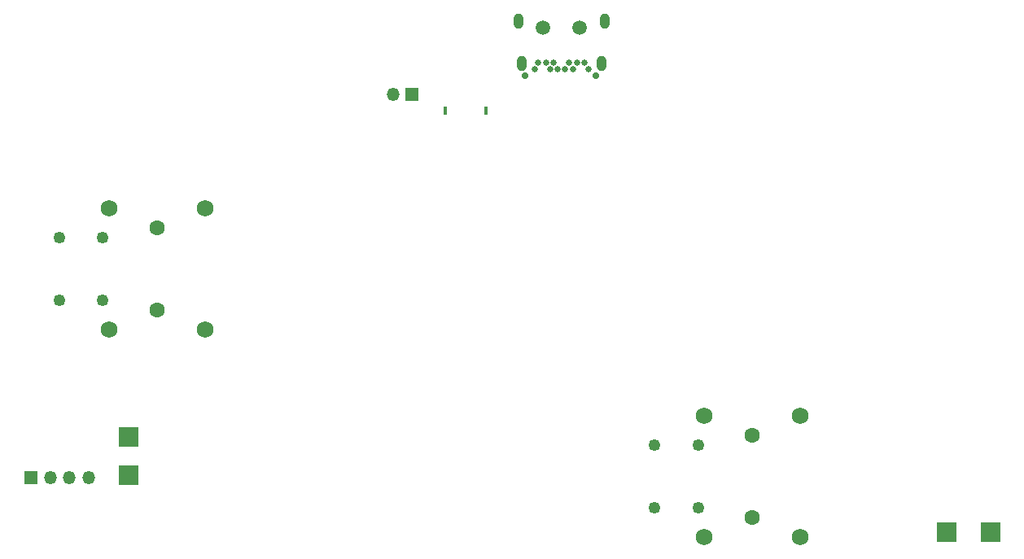
<source format=gbr>
G04 #@! TF.GenerationSoftware,KiCad,Pcbnew,7.0.6*
G04 #@! TF.CreationDate,2023-09-01T17:47:30-07:00*
G04 #@! TF.ProjectId,procon_gcc_main_pcb,70726f63-6f6e-45f6-9763-635f6d61696e,1*
G04 #@! TF.SameCoordinates,Original*
G04 #@! TF.FileFunction,Soldermask,Bot*
G04 #@! TF.FilePolarity,Negative*
%FSLAX46Y46*%
G04 Gerber Fmt 4.6, Leading zero omitted, Abs format (unit mm)*
G04 Created by KiCad (PCBNEW 7.0.6) date 2023-09-01 17:47:30*
%MOMM*%
%LPD*%
G01*
G04 APERTURE LIST*
%ADD10O,0.400000X0.900000*%
%ADD11R,2.000000X2.000000*%
%ADD12R,1.350000X1.350000*%
%ADD13O,1.350000X1.350000*%
%ADD14C,1.750000*%
%ADD15C,1.600000*%
%ADD16C,1.250000*%
%ADD17C,0.700000*%
%ADD18C,0.650000*%
%ADD19O,1.000000X1.600000*%
%ADD20C,1.500000*%
G04 APERTURE END LIST*
D10*
X126333519Y-101965000D03*
X130633519Y-101965000D03*
D11*
X183062000Y-145848750D03*
X93413992Y-139903200D03*
D12*
X83274400Y-140182600D03*
D13*
X85274400Y-140182600D03*
X87274400Y-140182600D03*
X89274400Y-140182600D03*
D14*
X153320200Y-133697000D03*
X153320200Y-146347000D03*
D15*
X158320200Y-135722000D03*
X158320200Y-144322000D03*
D14*
X163320200Y-133697000D03*
X163320200Y-146347000D03*
D16*
X152670200Y-136772000D03*
X152670200Y-143272000D03*
X148170200Y-136772000D03*
X148170200Y-143272000D03*
D12*
X122920000Y-100228400D03*
D13*
X120920000Y-100228400D03*
D17*
X142060000Y-98275000D03*
X134710000Y-98275000D03*
D18*
X135660000Y-97625000D03*
X136060000Y-96925000D03*
X136860000Y-96925000D03*
X137260000Y-97625000D03*
X137660000Y-96925000D03*
X138060000Y-97625000D03*
X138860000Y-97625000D03*
X139260000Y-96925000D03*
X139660000Y-97625000D03*
X140060000Y-96925000D03*
X140860000Y-96925000D03*
X141260000Y-97625000D03*
D19*
X142950000Y-92635000D03*
X142590000Y-97025000D03*
X134330000Y-97025000D03*
X133970000Y-92635000D03*
D14*
X91377000Y-112107600D03*
X91377000Y-124757600D03*
D15*
X96377000Y-114132600D03*
X96377000Y-122732600D03*
D14*
X101377000Y-112107600D03*
X101377000Y-124757600D03*
D16*
X90727000Y-115182600D03*
X90727000Y-121682600D03*
X86227000Y-115182600D03*
X86227000Y-121682600D03*
D11*
X93413992Y-135909304D03*
X178562000Y-145848750D03*
D20*
X136575800Y-93294200D03*
X140360400Y-93294200D03*
M02*

</source>
